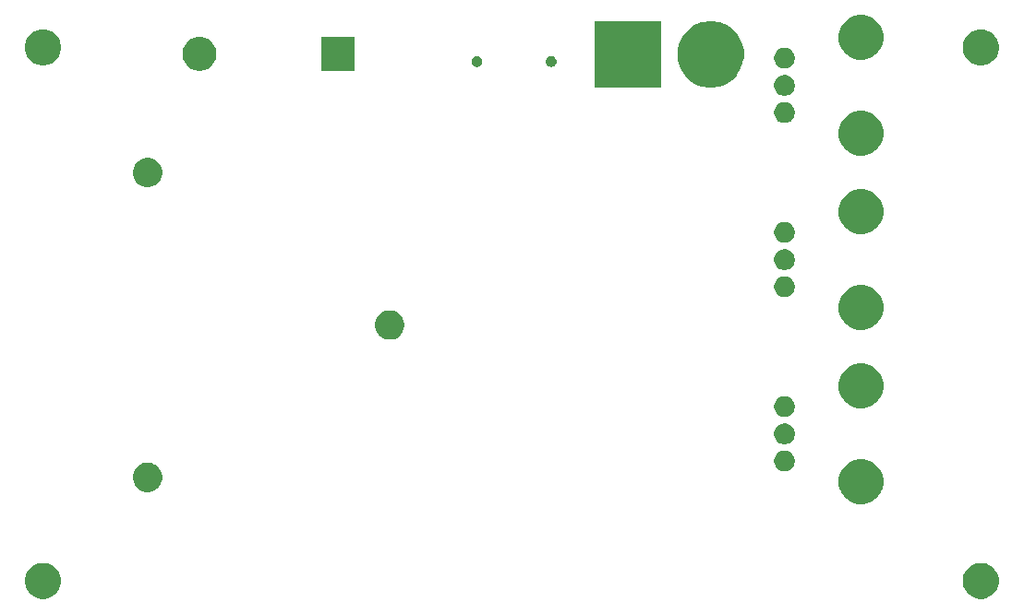
<source format=gbr>
G04 #@! TF.GenerationSoftware,KiCad,Pcbnew,(5.1.4-0-10_14)*
G04 #@! TF.CreationDate,2019-10-01T19:19:34+02:00*
G04 #@! TF.ProjectId,APC,4150432e-6b69-4636-9164-5f7063625858,rev?*
G04 #@! TF.SameCoordinates,Original*
G04 #@! TF.FileFunction,Soldermask,Bot*
G04 #@! TF.FilePolarity,Negative*
%FSLAX46Y46*%
G04 Gerber Fmt 4.6, Leading zero omitted, Abs format (unit mm)*
G04 Created by KiCad (PCBNEW (5.1.4-0-10_14)) date 2019-10-01 19:19:34*
%MOMM*%
%LPD*%
G04 APERTURE LIST*
%ADD10C,0.100000*%
G04 APERTURE END LIST*
D10*
G36*
X175375256Y-96391298D02*
G01*
X175481579Y-96412447D01*
X175782042Y-96536903D01*
X176052451Y-96717585D01*
X176282415Y-96947549D01*
X176463097Y-97217958D01*
X176587553Y-97518421D01*
X176651000Y-97837391D01*
X176651000Y-98162609D01*
X176587553Y-98481579D01*
X176463097Y-98782042D01*
X176282415Y-99052451D01*
X176052451Y-99282415D01*
X175782042Y-99463097D01*
X175481579Y-99587553D01*
X175375256Y-99608702D01*
X175162611Y-99651000D01*
X174837389Y-99651000D01*
X174624744Y-99608702D01*
X174518421Y-99587553D01*
X174217958Y-99463097D01*
X173947549Y-99282415D01*
X173717585Y-99052451D01*
X173536903Y-98782042D01*
X173412447Y-98481579D01*
X173349000Y-98162609D01*
X173349000Y-97837391D01*
X173412447Y-97518421D01*
X173536903Y-97217958D01*
X173717585Y-96947549D01*
X173947549Y-96717585D01*
X174217958Y-96536903D01*
X174518421Y-96412447D01*
X174624744Y-96391298D01*
X174837389Y-96349000D01*
X175162611Y-96349000D01*
X175375256Y-96391298D01*
X175375256Y-96391298D01*
G37*
G36*
X89375256Y-96391298D02*
G01*
X89481579Y-96412447D01*
X89782042Y-96536903D01*
X90052451Y-96717585D01*
X90282415Y-96947549D01*
X90463097Y-97217958D01*
X90587553Y-97518421D01*
X90651000Y-97837391D01*
X90651000Y-98162609D01*
X90587553Y-98481579D01*
X90463097Y-98782042D01*
X90282415Y-99052451D01*
X90052451Y-99282415D01*
X89782042Y-99463097D01*
X89481579Y-99587553D01*
X89375256Y-99608702D01*
X89162611Y-99651000D01*
X88837389Y-99651000D01*
X88624744Y-99608702D01*
X88518421Y-99587553D01*
X88217958Y-99463097D01*
X87947549Y-99282415D01*
X87717585Y-99052451D01*
X87536903Y-98782042D01*
X87412447Y-98481579D01*
X87349000Y-98162609D01*
X87349000Y-97837391D01*
X87412447Y-97518421D01*
X87536903Y-97217958D01*
X87717585Y-96947549D01*
X87947549Y-96717585D01*
X88217958Y-96536903D01*
X88518421Y-96412447D01*
X88624744Y-96391298D01*
X88837389Y-96349000D01*
X89162611Y-96349000D01*
X89375256Y-96391298D01*
X89375256Y-96391298D01*
G37*
G36*
X164598254Y-86927818D02*
G01*
X164971511Y-87082426D01*
X164971513Y-87082427D01*
X165307436Y-87306884D01*
X165593116Y-87592564D01*
X165808196Y-87914453D01*
X165817574Y-87928489D01*
X165972182Y-88301746D01*
X166051000Y-88697993D01*
X166051000Y-89102007D01*
X165972182Y-89498254D01*
X165847575Y-89799082D01*
X165817573Y-89871513D01*
X165593116Y-90207436D01*
X165307436Y-90493116D01*
X164971513Y-90717573D01*
X164971512Y-90717574D01*
X164971511Y-90717574D01*
X164598254Y-90872182D01*
X164202007Y-90951000D01*
X163797993Y-90951000D01*
X163401746Y-90872182D01*
X163028489Y-90717574D01*
X163028488Y-90717574D01*
X163028487Y-90717573D01*
X162692564Y-90493116D01*
X162406884Y-90207436D01*
X162182427Y-89871513D01*
X162152425Y-89799082D01*
X162027818Y-89498254D01*
X161949000Y-89102007D01*
X161949000Y-88697993D01*
X162027818Y-88301746D01*
X162182426Y-87928489D01*
X162191805Y-87914453D01*
X162406884Y-87592564D01*
X162692564Y-87306884D01*
X163028487Y-87082427D01*
X163028489Y-87082426D01*
X163401746Y-86927818D01*
X163797993Y-86849000D01*
X164202007Y-86849000D01*
X164598254Y-86927818D01*
X164598254Y-86927818D01*
G37*
G36*
X98994072Y-87200918D02*
G01*
X99239939Y-87302759D01*
X99246112Y-87306884D01*
X99460997Y-87450466D01*
X99461212Y-87450610D01*
X99649390Y-87638788D01*
X99785685Y-87842766D01*
X99797242Y-87860063D01*
X99899082Y-88105928D01*
X99951000Y-88366937D01*
X99951000Y-88633063D01*
X99938084Y-88697994D01*
X99899082Y-88894072D01*
X99797241Y-89139939D01*
X99649390Y-89361212D01*
X99461212Y-89549390D01*
X99239939Y-89697241D01*
X99239938Y-89697242D01*
X99239937Y-89697242D01*
X98994072Y-89799082D01*
X98733063Y-89851000D01*
X98466937Y-89851000D01*
X98205928Y-89799082D01*
X97960063Y-89697242D01*
X97960062Y-89697242D01*
X97960061Y-89697241D01*
X97738788Y-89549390D01*
X97550610Y-89361212D01*
X97402759Y-89139939D01*
X97300918Y-88894072D01*
X97261916Y-88697994D01*
X97249000Y-88633063D01*
X97249000Y-88366937D01*
X97300918Y-88105928D01*
X97402758Y-87860063D01*
X97414316Y-87842766D01*
X97550610Y-87638788D01*
X97738788Y-87450610D01*
X97739004Y-87450466D01*
X97953888Y-87306884D01*
X97960061Y-87302759D01*
X98205928Y-87200918D01*
X98466937Y-87149000D01*
X98733063Y-87149000D01*
X98994072Y-87200918D01*
X98994072Y-87200918D01*
G37*
G36*
X157277395Y-86085546D02*
G01*
X157450466Y-86157234D01*
X157450467Y-86157235D01*
X157606227Y-86261310D01*
X157738690Y-86393773D01*
X157738691Y-86393775D01*
X157842766Y-86549534D01*
X157914454Y-86722605D01*
X157951000Y-86906333D01*
X157951000Y-87093667D01*
X157914454Y-87277395D01*
X157842766Y-87450466D01*
X157791081Y-87527818D01*
X157738690Y-87606227D01*
X157606227Y-87738690D01*
X157527818Y-87791081D01*
X157450466Y-87842766D01*
X157277395Y-87914454D01*
X157093667Y-87951000D01*
X156906333Y-87951000D01*
X156722605Y-87914454D01*
X156549534Y-87842766D01*
X156472182Y-87791081D01*
X156393773Y-87738690D01*
X156261310Y-87606227D01*
X156208919Y-87527818D01*
X156157234Y-87450466D01*
X156085546Y-87277395D01*
X156049000Y-87093667D01*
X156049000Y-86906333D01*
X156085546Y-86722605D01*
X156157234Y-86549534D01*
X156261309Y-86393775D01*
X156261310Y-86393773D01*
X156393773Y-86261310D01*
X156549533Y-86157235D01*
X156549534Y-86157234D01*
X156722605Y-86085546D01*
X156906333Y-86049000D01*
X157093667Y-86049000D01*
X157277395Y-86085546D01*
X157277395Y-86085546D01*
G37*
G36*
X157277395Y-83585546D02*
G01*
X157450466Y-83657234D01*
X157450467Y-83657235D01*
X157606227Y-83761310D01*
X157738690Y-83893773D01*
X157738691Y-83893775D01*
X157842766Y-84049534D01*
X157914454Y-84222605D01*
X157951000Y-84406333D01*
X157951000Y-84593667D01*
X157914454Y-84777395D01*
X157842766Y-84950466D01*
X157842765Y-84950467D01*
X157738690Y-85106227D01*
X157606227Y-85238690D01*
X157527818Y-85291081D01*
X157450466Y-85342766D01*
X157277395Y-85414454D01*
X157093667Y-85451000D01*
X156906333Y-85451000D01*
X156722605Y-85414454D01*
X156549534Y-85342766D01*
X156472182Y-85291081D01*
X156393773Y-85238690D01*
X156261310Y-85106227D01*
X156157235Y-84950467D01*
X156157234Y-84950466D01*
X156085546Y-84777395D01*
X156049000Y-84593667D01*
X156049000Y-84406333D01*
X156085546Y-84222605D01*
X156157234Y-84049534D01*
X156261309Y-83893775D01*
X156261310Y-83893773D01*
X156393773Y-83761310D01*
X156549533Y-83657235D01*
X156549534Y-83657234D01*
X156722605Y-83585546D01*
X156906333Y-83549000D01*
X157093667Y-83549000D01*
X157277395Y-83585546D01*
X157277395Y-83585546D01*
G37*
G36*
X157277395Y-81085546D02*
G01*
X157450466Y-81157234D01*
X157450467Y-81157235D01*
X157606227Y-81261310D01*
X157738690Y-81393773D01*
X157738691Y-81393775D01*
X157842766Y-81549534D01*
X157914454Y-81722605D01*
X157951000Y-81906333D01*
X157951000Y-82093667D01*
X157914454Y-82277395D01*
X157842766Y-82450466D01*
X157842765Y-82450467D01*
X157738690Y-82606227D01*
X157606227Y-82738690D01*
X157527818Y-82791081D01*
X157450466Y-82842766D01*
X157277395Y-82914454D01*
X157093667Y-82951000D01*
X156906333Y-82951000D01*
X156722605Y-82914454D01*
X156549534Y-82842766D01*
X156472182Y-82791081D01*
X156393773Y-82738690D01*
X156261310Y-82606227D01*
X156157235Y-82450467D01*
X156157234Y-82450466D01*
X156085546Y-82277395D01*
X156049000Y-82093667D01*
X156049000Y-81906333D01*
X156085546Y-81722605D01*
X156157234Y-81549534D01*
X156261309Y-81393775D01*
X156261310Y-81393773D01*
X156393773Y-81261310D01*
X156549533Y-81157235D01*
X156549534Y-81157234D01*
X156722605Y-81085546D01*
X156906333Y-81049000D01*
X157093667Y-81049000D01*
X157277395Y-81085546D01*
X157277395Y-81085546D01*
G37*
G36*
X164598254Y-78127818D02*
G01*
X164971511Y-78282426D01*
X164971513Y-78282427D01*
X165307436Y-78506884D01*
X165593116Y-78792564D01*
X165817574Y-79128489D01*
X165972182Y-79501746D01*
X166051000Y-79897993D01*
X166051000Y-80302007D01*
X165972182Y-80698254D01*
X165826898Y-81049000D01*
X165817573Y-81071513D01*
X165593116Y-81407436D01*
X165307436Y-81693116D01*
X164971513Y-81917573D01*
X164971512Y-81917574D01*
X164971511Y-81917574D01*
X164598254Y-82072182D01*
X164202007Y-82151000D01*
X163797993Y-82151000D01*
X163401746Y-82072182D01*
X163028489Y-81917574D01*
X163028488Y-81917574D01*
X163028487Y-81917573D01*
X162692564Y-81693116D01*
X162406884Y-81407436D01*
X162182427Y-81071513D01*
X162173102Y-81049000D01*
X162027818Y-80698254D01*
X161949000Y-80302007D01*
X161949000Y-79897993D01*
X162027818Y-79501746D01*
X162182426Y-79128489D01*
X162406884Y-78792564D01*
X162692564Y-78506884D01*
X163028487Y-78282427D01*
X163028489Y-78282426D01*
X163401746Y-78127818D01*
X163797993Y-78049000D01*
X164202007Y-78049000D01*
X164598254Y-78127818D01*
X164598254Y-78127818D01*
G37*
G36*
X121194072Y-73200918D02*
G01*
X121439939Y-73302759D01*
X121661212Y-73450610D01*
X121849390Y-73638788D01*
X121997241Y-73860061D01*
X122099082Y-74105928D01*
X122151000Y-74366938D01*
X122151000Y-74633062D01*
X122099082Y-74894072D01*
X121997241Y-75139939D01*
X121849390Y-75361212D01*
X121661212Y-75549390D01*
X121439939Y-75697241D01*
X121439938Y-75697242D01*
X121439937Y-75697242D01*
X121194072Y-75799082D01*
X120933063Y-75851000D01*
X120666937Y-75851000D01*
X120405928Y-75799082D01*
X120160063Y-75697242D01*
X120160062Y-75697242D01*
X120160061Y-75697241D01*
X119938788Y-75549390D01*
X119750610Y-75361212D01*
X119602759Y-75139939D01*
X119500918Y-74894072D01*
X119449000Y-74633062D01*
X119449000Y-74366938D01*
X119500918Y-74105928D01*
X119602759Y-73860061D01*
X119750610Y-73638788D01*
X119938788Y-73450610D01*
X120160061Y-73302759D01*
X120405928Y-73200918D01*
X120666937Y-73149000D01*
X120933063Y-73149000D01*
X121194072Y-73200918D01*
X121194072Y-73200918D01*
G37*
G36*
X164598254Y-70927818D02*
G01*
X164971511Y-71082426D01*
X164971513Y-71082427D01*
X165307436Y-71306884D01*
X165593116Y-71592564D01*
X165808196Y-71914453D01*
X165817574Y-71928489D01*
X165972182Y-72301746D01*
X166051000Y-72697993D01*
X166051000Y-73102007D01*
X165972182Y-73498254D01*
X165822317Y-73860061D01*
X165817573Y-73871513D01*
X165593116Y-74207436D01*
X165307436Y-74493116D01*
X164971513Y-74717573D01*
X164971512Y-74717574D01*
X164971511Y-74717574D01*
X164598254Y-74872182D01*
X164202007Y-74951000D01*
X163797993Y-74951000D01*
X163401746Y-74872182D01*
X163028489Y-74717574D01*
X163028488Y-74717574D01*
X163028487Y-74717573D01*
X162692564Y-74493116D01*
X162406884Y-74207436D01*
X162182427Y-73871513D01*
X162177683Y-73860061D01*
X162027818Y-73498254D01*
X161949000Y-73102007D01*
X161949000Y-72697993D01*
X162027818Y-72301746D01*
X162182426Y-71928489D01*
X162191805Y-71914453D01*
X162406884Y-71592564D01*
X162692564Y-71306884D01*
X163028487Y-71082427D01*
X163028489Y-71082426D01*
X163401746Y-70927818D01*
X163797993Y-70849000D01*
X164202007Y-70849000D01*
X164598254Y-70927818D01*
X164598254Y-70927818D01*
G37*
G36*
X157277395Y-70085546D02*
G01*
X157450466Y-70157234D01*
X157450467Y-70157235D01*
X157606227Y-70261310D01*
X157738690Y-70393773D01*
X157738691Y-70393775D01*
X157842766Y-70549534D01*
X157914454Y-70722605D01*
X157951000Y-70906333D01*
X157951000Y-71093667D01*
X157914454Y-71277395D01*
X157842766Y-71450466D01*
X157842765Y-71450467D01*
X157738690Y-71606227D01*
X157606227Y-71738690D01*
X157527818Y-71791081D01*
X157450466Y-71842766D01*
X157277395Y-71914454D01*
X157093667Y-71951000D01*
X156906333Y-71951000D01*
X156722605Y-71914454D01*
X156549534Y-71842766D01*
X156472182Y-71791081D01*
X156393773Y-71738690D01*
X156261310Y-71606227D01*
X156157235Y-71450467D01*
X156157234Y-71450466D01*
X156085546Y-71277395D01*
X156049000Y-71093667D01*
X156049000Y-70906333D01*
X156085546Y-70722605D01*
X156157234Y-70549534D01*
X156261309Y-70393775D01*
X156261310Y-70393773D01*
X156393773Y-70261310D01*
X156549533Y-70157235D01*
X156549534Y-70157234D01*
X156722605Y-70085546D01*
X156906333Y-70049000D01*
X157093667Y-70049000D01*
X157277395Y-70085546D01*
X157277395Y-70085546D01*
G37*
G36*
X157277395Y-67585546D02*
G01*
X157450466Y-67657234D01*
X157450467Y-67657235D01*
X157606227Y-67761310D01*
X157738690Y-67893773D01*
X157738691Y-67893775D01*
X157842766Y-68049534D01*
X157914454Y-68222605D01*
X157951000Y-68406333D01*
X157951000Y-68593667D01*
X157914454Y-68777395D01*
X157842766Y-68950466D01*
X157842765Y-68950467D01*
X157738690Y-69106227D01*
X157606227Y-69238690D01*
X157527818Y-69291081D01*
X157450466Y-69342766D01*
X157277395Y-69414454D01*
X157093667Y-69451000D01*
X156906333Y-69451000D01*
X156722605Y-69414454D01*
X156549534Y-69342766D01*
X156472182Y-69291081D01*
X156393773Y-69238690D01*
X156261310Y-69106227D01*
X156157235Y-68950467D01*
X156157234Y-68950466D01*
X156085546Y-68777395D01*
X156049000Y-68593667D01*
X156049000Y-68406333D01*
X156085546Y-68222605D01*
X156157234Y-68049534D01*
X156261309Y-67893775D01*
X156261310Y-67893773D01*
X156393773Y-67761310D01*
X156549533Y-67657235D01*
X156549534Y-67657234D01*
X156722605Y-67585546D01*
X156906333Y-67549000D01*
X157093667Y-67549000D01*
X157277395Y-67585546D01*
X157277395Y-67585546D01*
G37*
G36*
X157277395Y-65085546D02*
G01*
X157450466Y-65157234D01*
X157450467Y-65157235D01*
X157606227Y-65261310D01*
X157738690Y-65393773D01*
X157738691Y-65393775D01*
X157842766Y-65549534D01*
X157914454Y-65722605D01*
X157951000Y-65906333D01*
X157951000Y-66093667D01*
X157914454Y-66277395D01*
X157842766Y-66450466D01*
X157842765Y-66450467D01*
X157738690Y-66606227D01*
X157606227Y-66738690D01*
X157527818Y-66791081D01*
X157450466Y-66842766D01*
X157277395Y-66914454D01*
X157093667Y-66951000D01*
X156906333Y-66951000D01*
X156722605Y-66914454D01*
X156549534Y-66842766D01*
X156472182Y-66791081D01*
X156393773Y-66738690D01*
X156261310Y-66606227D01*
X156157235Y-66450467D01*
X156157234Y-66450466D01*
X156085546Y-66277395D01*
X156049000Y-66093667D01*
X156049000Y-65906333D01*
X156085546Y-65722605D01*
X156157234Y-65549534D01*
X156261309Y-65393775D01*
X156261310Y-65393773D01*
X156393773Y-65261310D01*
X156549533Y-65157235D01*
X156549534Y-65157234D01*
X156722605Y-65085546D01*
X156906333Y-65049000D01*
X157093667Y-65049000D01*
X157277395Y-65085546D01*
X157277395Y-65085546D01*
G37*
G36*
X164598254Y-62127818D02*
G01*
X164971511Y-62282426D01*
X164971513Y-62282427D01*
X165307436Y-62506884D01*
X165593116Y-62792564D01*
X165817574Y-63128489D01*
X165972182Y-63501746D01*
X166051000Y-63897993D01*
X166051000Y-64302007D01*
X165972182Y-64698254D01*
X165826898Y-65049000D01*
X165817573Y-65071513D01*
X165593116Y-65407436D01*
X165307436Y-65693116D01*
X164971513Y-65917573D01*
X164971512Y-65917574D01*
X164971511Y-65917574D01*
X164598254Y-66072182D01*
X164202007Y-66151000D01*
X163797993Y-66151000D01*
X163401746Y-66072182D01*
X163028489Y-65917574D01*
X163028488Y-65917574D01*
X163028487Y-65917573D01*
X162692564Y-65693116D01*
X162406884Y-65407436D01*
X162182427Y-65071513D01*
X162173102Y-65049000D01*
X162027818Y-64698254D01*
X161949000Y-64302007D01*
X161949000Y-63897993D01*
X162027818Y-63501746D01*
X162182426Y-63128489D01*
X162406884Y-62792564D01*
X162692564Y-62506884D01*
X163028487Y-62282427D01*
X163028489Y-62282426D01*
X163401746Y-62127818D01*
X163797993Y-62049000D01*
X164202007Y-62049000D01*
X164598254Y-62127818D01*
X164598254Y-62127818D01*
G37*
G36*
X98994072Y-59200918D02*
G01*
X99239939Y-59302759D01*
X99461212Y-59450610D01*
X99649390Y-59638788D01*
X99797241Y-59860061D01*
X99899082Y-60105928D01*
X99951000Y-60366938D01*
X99951000Y-60633062D01*
X99899082Y-60894072D01*
X99797241Y-61139939D01*
X99649390Y-61361212D01*
X99461212Y-61549390D01*
X99239939Y-61697241D01*
X99239938Y-61697242D01*
X99239937Y-61697242D01*
X98994072Y-61799082D01*
X98733063Y-61851000D01*
X98466937Y-61851000D01*
X98205928Y-61799082D01*
X97960063Y-61697242D01*
X97960062Y-61697242D01*
X97960061Y-61697241D01*
X97738788Y-61549390D01*
X97550610Y-61361212D01*
X97402759Y-61139939D01*
X97300918Y-60894072D01*
X97249000Y-60633062D01*
X97249000Y-60366938D01*
X97300918Y-60105928D01*
X97402759Y-59860061D01*
X97550610Y-59638788D01*
X97738788Y-59450610D01*
X97960061Y-59302759D01*
X98205928Y-59200918D01*
X98466937Y-59149000D01*
X98733063Y-59149000D01*
X98994072Y-59200918D01*
X98994072Y-59200918D01*
G37*
G36*
X164598254Y-54927818D02*
G01*
X164971511Y-55082426D01*
X164971513Y-55082427D01*
X165307436Y-55306884D01*
X165593116Y-55592564D01*
X165808196Y-55914453D01*
X165817574Y-55928489D01*
X165972182Y-56301746D01*
X166051000Y-56697993D01*
X166051000Y-57102007D01*
X165972182Y-57498254D01*
X165817574Y-57871511D01*
X165817573Y-57871513D01*
X165593116Y-58207436D01*
X165307436Y-58493116D01*
X164971513Y-58717573D01*
X164971512Y-58717574D01*
X164971511Y-58717574D01*
X164598254Y-58872182D01*
X164202007Y-58951000D01*
X163797993Y-58951000D01*
X163401746Y-58872182D01*
X163028489Y-58717574D01*
X163028488Y-58717574D01*
X163028487Y-58717573D01*
X162692564Y-58493116D01*
X162406884Y-58207436D01*
X162182427Y-57871513D01*
X162182426Y-57871511D01*
X162027818Y-57498254D01*
X161949000Y-57102007D01*
X161949000Y-56697993D01*
X162027818Y-56301746D01*
X162182426Y-55928489D01*
X162191805Y-55914453D01*
X162406884Y-55592564D01*
X162692564Y-55306884D01*
X163028487Y-55082427D01*
X163028489Y-55082426D01*
X163401746Y-54927818D01*
X163797993Y-54849000D01*
X164202007Y-54849000D01*
X164598254Y-54927818D01*
X164598254Y-54927818D01*
G37*
G36*
X157277395Y-54085546D02*
G01*
X157450466Y-54157234D01*
X157450467Y-54157235D01*
X157606227Y-54261310D01*
X157738690Y-54393773D01*
X157738691Y-54393775D01*
X157842766Y-54549534D01*
X157914454Y-54722605D01*
X157951000Y-54906333D01*
X157951000Y-55093667D01*
X157914454Y-55277395D01*
X157842766Y-55450466D01*
X157842765Y-55450467D01*
X157738690Y-55606227D01*
X157606227Y-55738690D01*
X157527818Y-55791081D01*
X157450466Y-55842766D01*
X157277395Y-55914454D01*
X157093667Y-55951000D01*
X156906333Y-55951000D01*
X156722605Y-55914454D01*
X156549534Y-55842766D01*
X156472182Y-55791081D01*
X156393773Y-55738690D01*
X156261310Y-55606227D01*
X156157235Y-55450467D01*
X156157234Y-55450466D01*
X156085546Y-55277395D01*
X156049000Y-55093667D01*
X156049000Y-54906333D01*
X156085546Y-54722605D01*
X156157234Y-54549534D01*
X156261309Y-54393775D01*
X156261310Y-54393773D01*
X156393773Y-54261310D01*
X156549533Y-54157235D01*
X156549534Y-54157234D01*
X156722605Y-54085546D01*
X156906333Y-54049000D01*
X157093667Y-54049000D01*
X157277395Y-54085546D01*
X157277395Y-54085546D01*
G37*
G36*
X157277395Y-51585546D02*
G01*
X157450466Y-51657234D01*
X157450467Y-51657235D01*
X157606227Y-51761310D01*
X157738690Y-51893773D01*
X157738691Y-51893775D01*
X157842766Y-52049534D01*
X157914454Y-52222605D01*
X157951000Y-52406333D01*
X157951000Y-52593667D01*
X157914454Y-52777395D01*
X157842766Y-52950466D01*
X157842765Y-52950467D01*
X157738690Y-53106227D01*
X157606227Y-53238690D01*
X157527818Y-53291081D01*
X157450466Y-53342766D01*
X157277395Y-53414454D01*
X157093667Y-53451000D01*
X156906333Y-53451000D01*
X156722605Y-53414454D01*
X156549534Y-53342766D01*
X156472182Y-53291081D01*
X156393773Y-53238690D01*
X156261310Y-53106227D01*
X156157235Y-52950467D01*
X156157234Y-52950466D01*
X156085546Y-52777395D01*
X156049000Y-52593667D01*
X156049000Y-52406333D01*
X156085546Y-52222605D01*
X156157234Y-52049534D01*
X156261309Y-51893775D01*
X156261310Y-51893773D01*
X156393773Y-51761310D01*
X156549533Y-51657235D01*
X156549534Y-51657234D01*
X156722605Y-51585546D01*
X156906333Y-51549000D01*
X157093667Y-51549000D01*
X157277395Y-51585546D01*
X157277395Y-51585546D01*
G37*
G36*
X145650740Y-52700740D02*
G01*
X139549260Y-52700740D01*
X139549260Y-46599260D01*
X145650740Y-46599260D01*
X145650740Y-52700740D01*
X145650740Y-52700740D01*
G37*
G36*
X150815170Y-46657879D02*
G01*
X151109868Y-46716498D01*
X151665067Y-46946469D01*
X151937475Y-47128487D01*
X152164733Y-47280335D01*
X152589665Y-47705267D01*
X152718440Y-47897993D01*
X152923531Y-48204933D01*
X153153502Y-48760132D01*
X153153502Y-48760133D01*
X153270740Y-49349527D01*
X153270740Y-49950473D01*
X153242257Y-50093665D01*
X153153502Y-50539868D01*
X152923531Y-51095067D01*
X152732565Y-51380867D01*
X152589665Y-51594733D01*
X152164733Y-52019665D01*
X151950867Y-52162565D01*
X151665067Y-52353531D01*
X151109868Y-52583502D01*
X150815170Y-52642121D01*
X150520473Y-52700740D01*
X149919527Y-52700740D01*
X149624830Y-52642121D01*
X149330132Y-52583502D01*
X148774933Y-52353531D01*
X148489133Y-52162565D01*
X148275267Y-52019665D01*
X147850335Y-51594733D01*
X147707435Y-51380867D01*
X147516469Y-51095067D01*
X147286498Y-50539868D01*
X147197743Y-50093665D01*
X147169260Y-49950473D01*
X147169260Y-49349527D01*
X147286498Y-48760133D01*
X147286498Y-48760132D01*
X147516469Y-48204933D01*
X147721560Y-47897993D01*
X147850335Y-47705267D01*
X148275267Y-47280335D01*
X148502525Y-47128487D01*
X148774933Y-46946469D01*
X149330132Y-46716498D01*
X149624830Y-46657879D01*
X149919527Y-46599260D01*
X150520473Y-46599260D01*
X150815170Y-46657879D01*
X150815170Y-46657879D01*
G37*
G36*
X103652585Y-48078802D02*
G01*
X103802410Y-48108604D01*
X104084674Y-48225521D01*
X104338705Y-48395259D01*
X104554741Y-48611295D01*
X104724479Y-48865326D01*
X104841396Y-49147590D01*
X104844383Y-49162609D01*
X104901000Y-49447239D01*
X104901000Y-49752761D01*
X104891802Y-49799000D01*
X104841396Y-50052410D01*
X104724479Y-50334674D01*
X104554741Y-50588705D01*
X104338705Y-50804741D01*
X104084674Y-50974479D01*
X103802410Y-51091396D01*
X103652585Y-51121198D01*
X103502761Y-51151000D01*
X103197239Y-51151000D01*
X103047415Y-51121198D01*
X102897590Y-51091396D01*
X102615326Y-50974479D01*
X102361295Y-50804741D01*
X102145259Y-50588705D01*
X101975521Y-50334674D01*
X101858604Y-50052410D01*
X101808198Y-49799000D01*
X101799000Y-49752761D01*
X101799000Y-49447239D01*
X101855617Y-49162609D01*
X101858604Y-49147590D01*
X101975521Y-48865326D01*
X102145259Y-48611295D01*
X102361295Y-48395259D01*
X102615326Y-48225521D01*
X102897590Y-48108604D01*
X103047415Y-48078802D01*
X103197239Y-48049000D01*
X103502761Y-48049000D01*
X103652585Y-48078802D01*
X103652585Y-48078802D01*
G37*
G36*
X117601000Y-51151000D02*
G01*
X114499000Y-51151000D01*
X114499000Y-48049000D01*
X117601000Y-48049000D01*
X117601000Y-51151000D01*
X117601000Y-51151000D01*
G37*
G36*
X157277395Y-49085546D02*
G01*
X157450466Y-49157234D01*
X157450467Y-49157235D01*
X157606227Y-49261310D01*
X157738690Y-49393773D01*
X157738691Y-49393775D01*
X157842766Y-49549534D01*
X157914454Y-49722605D01*
X157951000Y-49906333D01*
X157951000Y-50093667D01*
X157914454Y-50277395D01*
X157842766Y-50450466D01*
X157791081Y-50527818D01*
X157738690Y-50606227D01*
X157606227Y-50738690D01*
X157598308Y-50743981D01*
X157450466Y-50842766D01*
X157277395Y-50914454D01*
X157093667Y-50951000D01*
X156906333Y-50951000D01*
X156722605Y-50914454D01*
X156549534Y-50842766D01*
X156401692Y-50743981D01*
X156393773Y-50738690D01*
X156261310Y-50606227D01*
X156208919Y-50527818D01*
X156157234Y-50450466D01*
X156085546Y-50277395D01*
X156049000Y-50093667D01*
X156049000Y-49906333D01*
X156085546Y-49722605D01*
X156157234Y-49549534D01*
X156261309Y-49393775D01*
X156261310Y-49393773D01*
X156393773Y-49261310D01*
X156549533Y-49157235D01*
X156549534Y-49157234D01*
X156722605Y-49085546D01*
X156906333Y-49049000D01*
X157093667Y-49049000D01*
X157277395Y-49085546D01*
X157277395Y-49085546D01*
G37*
G36*
X135697740Y-49808626D02*
G01*
X135746136Y-49818253D01*
X135783902Y-49833896D01*
X135837311Y-49856019D01*
X135837312Y-49856020D01*
X135919369Y-49910848D01*
X135989152Y-49980631D01*
X135989153Y-49980633D01*
X136043980Y-50062687D01*
X136047913Y-50072182D01*
X136080561Y-50151000D01*
X136081747Y-50153865D01*
X136101000Y-50250655D01*
X136101000Y-50349345D01*
X136081747Y-50446135D01*
X136043981Y-50537311D01*
X136043980Y-50537312D01*
X135989152Y-50619369D01*
X135919369Y-50689152D01*
X135878062Y-50716752D01*
X135837311Y-50743981D01*
X135783902Y-50766104D01*
X135746136Y-50781747D01*
X135697740Y-50791374D01*
X135649345Y-50801000D01*
X135550655Y-50801000D01*
X135502260Y-50791373D01*
X135453864Y-50781747D01*
X135416098Y-50766104D01*
X135362689Y-50743981D01*
X135321938Y-50716752D01*
X135280631Y-50689152D01*
X135210848Y-50619369D01*
X135156020Y-50537312D01*
X135156019Y-50537311D01*
X135118253Y-50446135D01*
X135099000Y-50349345D01*
X135099000Y-50250655D01*
X135118253Y-50153865D01*
X135119440Y-50151000D01*
X135152087Y-50072182D01*
X135156020Y-50062687D01*
X135210847Y-49980633D01*
X135210848Y-49980631D01*
X135280631Y-49910848D01*
X135362688Y-49856020D01*
X135362689Y-49856019D01*
X135416098Y-49833896D01*
X135453864Y-49818253D01*
X135502260Y-49808627D01*
X135550655Y-49799000D01*
X135649345Y-49799000D01*
X135697740Y-49808626D01*
X135697740Y-49808626D01*
G37*
G36*
X128897740Y-49808626D02*
G01*
X128946136Y-49818253D01*
X128983902Y-49833896D01*
X129037311Y-49856019D01*
X129037312Y-49856020D01*
X129119369Y-49910848D01*
X129189152Y-49980631D01*
X129189153Y-49980633D01*
X129243980Y-50062687D01*
X129247913Y-50072182D01*
X129280561Y-50151000D01*
X129281747Y-50153865D01*
X129301000Y-50250655D01*
X129301000Y-50349345D01*
X129281747Y-50446135D01*
X129243981Y-50537311D01*
X129243980Y-50537312D01*
X129189152Y-50619369D01*
X129119369Y-50689152D01*
X129078062Y-50716752D01*
X129037311Y-50743981D01*
X128983902Y-50766104D01*
X128946136Y-50781747D01*
X128897740Y-50791374D01*
X128849345Y-50801000D01*
X128750655Y-50801000D01*
X128702260Y-50791373D01*
X128653864Y-50781747D01*
X128616098Y-50766104D01*
X128562689Y-50743981D01*
X128521938Y-50716752D01*
X128480631Y-50689152D01*
X128410848Y-50619369D01*
X128356020Y-50537312D01*
X128356019Y-50537311D01*
X128318253Y-50446135D01*
X128299000Y-50349345D01*
X128299000Y-50250655D01*
X128318253Y-50153865D01*
X128319440Y-50151000D01*
X128352087Y-50072182D01*
X128356020Y-50062687D01*
X128410847Y-49980633D01*
X128410848Y-49980631D01*
X128480631Y-49910848D01*
X128562688Y-49856020D01*
X128562689Y-49856019D01*
X128616098Y-49833896D01*
X128653864Y-49818253D01*
X128702260Y-49808627D01*
X128750655Y-49799000D01*
X128849345Y-49799000D01*
X128897740Y-49808626D01*
X128897740Y-49808626D01*
G37*
G36*
X89375256Y-47391298D02*
G01*
X89481579Y-47412447D01*
X89782042Y-47536903D01*
X90052451Y-47717585D01*
X90282415Y-47947549D01*
X90463097Y-48217958D01*
X90536538Y-48395259D01*
X90587553Y-48518422D01*
X90651000Y-48837389D01*
X90651000Y-49162611D01*
X90631367Y-49261310D01*
X90587553Y-49481579D01*
X90463097Y-49782042D01*
X90282415Y-50052451D01*
X90052451Y-50282415D01*
X89782042Y-50463097D01*
X89481579Y-50587553D01*
X89475787Y-50588705D01*
X89162611Y-50651000D01*
X88837389Y-50651000D01*
X88524213Y-50588705D01*
X88518421Y-50587553D01*
X88217958Y-50463097D01*
X87947549Y-50282415D01*
X87717585Y-50052451D01*
X87536903Y-49782042D01*
X87412447Y-49481579D01*
X87368633Y-49261310D01*
X87349000Y-49162611D01*
X87349000Y-48837389D01*
X87412447Y-48518422D01*
X87463463Y-48395259D01*
X87536903Y-48217958D01*
X87717585Y-47947549D01*
X87947549Y-47717585D01*
X88217958Y-47536903D01*
X88518421Y-47412447D01*
X88624744Y-47391298D01*
X88837389Y-47349000D01*
X89162611Y-47349000D01*
X89375256Y-47391298D01*
X89375256Y-47391298D01*
G37*
G36*
X175375256Y-47391298D02*
G01*
X175481579Y-47412447D01*
X175782042Y-47536903D01*
X176052451Y-47717585D01*
X176282415Y-47947549D01*
X176463097Y-48217958D01*
X176536538Y-48395259D01*
X176587553Y-48518422D01*
X176651000Y-48837389D01*
X176651000Y-49162611D01*
X176631367Y-49261310D01*
X176587553Y-49481579D01*
X176463097Y-49782042D01*
X176282415Y-50052451D01*
X176052451Y-50282415D01*
X175782042Y-50463097D01*
X175481579Y-50587553D01*
X175475787Y-50588705D01*
X175162611Y-50651000D01*
X174837389Y-50651000D01*
X174524213Y-50588705D01*
X174518421Y-50587553D01*
X174217958Y-50463097D01*
X173947549Y-50282415D01*
X173717585Y-50052451D01*
X173536903Y-49782042D01*
X173412447Y-49481579D01*
X173368633Y-49261310D01*
X173349000Y-49162611D01*
X173349000Y-48837389D01*
X173412447Y-48518422D01*
X173463463Y-48395259D01*
X173536903Y-48217958D01*
X173717585Y-47947549D01*
X173947549Y-47717585D01*
X174217958Y-47536903D01*
X174518421Y-47412447D01*
X174624744Y-47391298D01*
X174837389Y-47349000D01*
X175162611Y-47349000D01*
X175375256Y-47391298D01*
X175375256Y-47391298D01*
G37*
G36*
X164598254Y-46127818D02*
G01*
X164971511Y-46282426D01*
X164971513Y-46282427D01*
X165307436Y-46506884D01*
X165593116Y-46792564D01*
X165817574Y-47128489D01*
X165972182Y-47501746D01*
X166051000Y-47897993D01*
X166051000Y-48302007D01*
X165972182Y-48698254D01*
X165826898Y-49049000D01*
X165817573Y-49071513D01*
X165593116Y-49407436D01*
X165307436Y-49693116D01*
X164971513Y-49917573D01*
X164971512Y-49917574D01*
X164971511Y-49917574D01*
X164598254Y-50072182D01*
X164202007Y-50151000D01*
X163797993Y-50151000D01*
X163401746Y-50072182D01*
X163028489Y-49917574D01*
X163028488Y-49917574D01*
X163028487Y-49917573D01*
X162692564Y-49693116D01*
X162406884Y-49407436D01*
X162182427Y-49071513D01*
X162173102Y-49049000D01*
X162027818Y-48698254D01*
X161949000Y-48302007D01*
X161949000Y-47897993D01*
X162027818Y-47501746D01*
X162182426Y-47128489D01*
X162406884Y-46792564D01*
X162692564Y-46506884D01*
X163028487Y-46282427D01*
X163028489Y-46282426D01*
X163401746Y-46127818D01*
X163797993Y-46049000D01*
X164202007Y-46049000D01*
X164598254Y-46127818D01*
X164598254Y-46127818D01*
G37*
M02*

</source>
